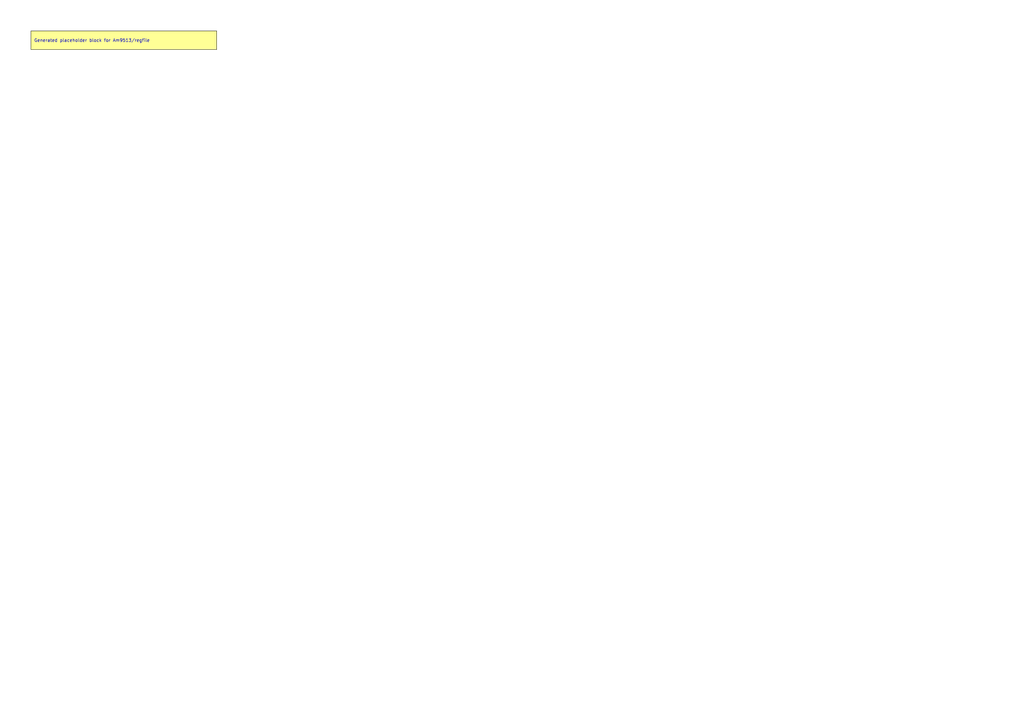
<source format=kicad_sch>
(kicad_sch
	(version 20250114)
	(generator "kicadgen")
	(generator_version "0.1")
	(uuid "21128c4a-e50b-50c9-bb8c-f6694c0a570d")
	(paper "A3")
	(title_block
		(title "Am9513::regfile")
		(company "Project Carbon")
		(comment 1 "Generated - do not edit in generated/")
		(comment 2 "Edit in schem/kicad9/manual/ or refine mapping specs")
	)
	(lib_symbols)
	(text_box
		"Generated placeholder block for Am9513/regfile"
		(exclude_from_sim no)
		(at
			12.7
			12.7
			0
		)
		(size 76.2 7.62)
		(margins
			1.27
			1.27
			1.27
			1.27
		)
		(stroke
			(width 0)
			(type default)
			(color
				0
				0
				0
				1
			)
		)
		(fill
			(type color)
			(color
				255
				255
				150
				1
			)
		)
		(effects
			(font
				(size 1.27 1.27)
			)
			(justify left)
		)
		(uuid "629ac305-8811-569e-88af-7001dda15b60")
	)
	(sheet_instances
		(path
			"/"
			(page "1")
		)
	)
	(embedded_fonts no)
)

</source>
